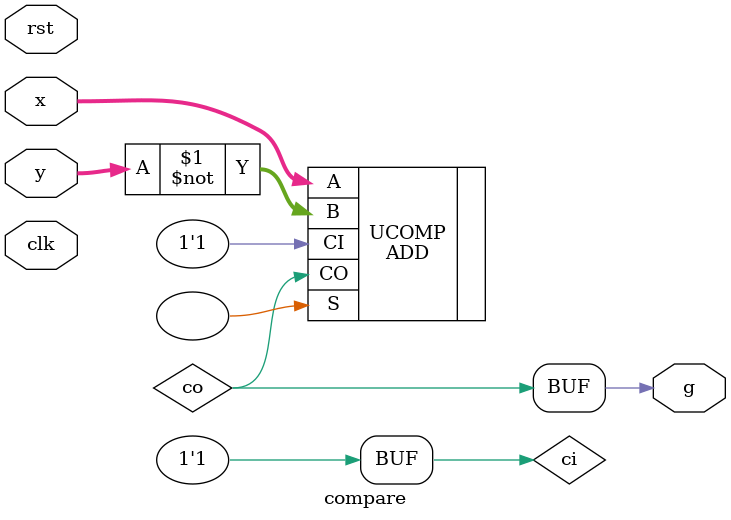
<source format=v>
`timescale 1ns / 1ps

module compare
#(
	parameter N=16384,
	parameter CC=1
)
(
	clk,
	rst,
	x,
	y,
	g
);
	localparam M = N/CC; 

	input clk;
	input rst;
	input[M-1:0] x;
	input[M-1:0] y;
	output g;

	reg ci;
	wire co;
	
	ADD 
	#(
		.N(M)
	) 
	UCOMP 
	(
		.A(x), 
		.B(~y), 
		.CI(ci),
		.S(),
		.CO(co)
	);

	assign g = co;
	
	generate
	if(CC>1)
		always@(posedge clk or posedge rst)
		begin
			if(rst)
			begin
				ci <= 1'b1;
			end
			else
			begin
				ci <= co;	
			end
		end
	else
		always@(*)
		begin
			ci <= 1'b1;
		end
	endgenerate

endmodule


</source>
